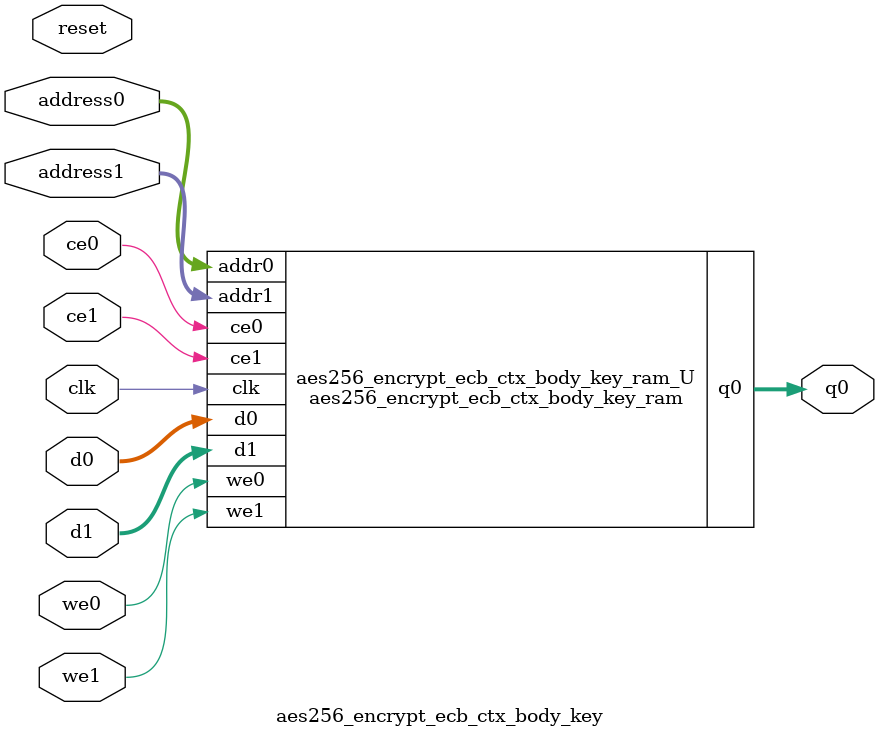
<source format=v>
`timescale 1 ns / 1 ps
module aes256_encrypt_ecb_ctx_body_key_ram (addr0, ce0, d0, we0, q0, addr1, ce1, d1, we1,  clk);

parameter DWIDTH = 8;
parameter AWIDTH = 5;
parameter MEM_SIZE = 32;

input[AWIDTH-1:0] addr0;
input ce0;
input[DWIDTH-1:0] d0;
input we0;
output reg[DWIDTH-1:0] q0;
input[AWIDTH-1:0] addr1;
input ce1;
input[DWIDTH-1:0] d1;
input we1;
input clk;

(* ram_style = "block" *)reg [DWIDTH-1:0] ram[0:MEM_SIZE-1];




always @(posedge clk)  
begin 
    if (ce1) 
    begin
        if (we1) 
        begin 
            ram[addr1] = d1; 
        end 
    end
    if (ce0) 
    begin
        if (we0) 
        begin 
            ram[addr0] = d0; 
        end 
        q0 = ram[addr0];
    end
end


/*always @(posedge clk)  
begin 
    if (ce1) 
    begin
        if (we1) 
        begin 
            ram[addr1] <= d1; 
        end 
    end
end*/


endmodule

`timescale 1 ns / 1 ps
module aes256_encrypt_ecb_ctx_body_key(
    reset,
    clk,
    address0,
    ce0,
    we0,
    d0,
    q0,
    address1,
    ce1,
    we1,
    d1);

parameter DataWidth = 32'd8;
parameter AddressRange = 32'd32;
parameter AddressWidth = 32'd5;
input reset;
input clk;
input[AddressWidth - 1:0] address0;
input ce0;
input we0;
input[DataWidth - 1:0] d0;
output[DataWidth - 1:0] q0;
input[AddressWidth - 1:0] address1;
input ce1;
input we1;
input[DataWidth - 1:0] d1;



aes256_encrypt_ecb_ctx_body_key_ram aes256_encrypt_ecb_ctx_body_key_ram_U(
    .clk( clk ),
    .addr0( address0 ),
    .ce0( ce0 ),
    .we0( we0 ),
    .d0( d0 ),
    .q0( q0 ),
    .addr1( address1 ),
    .ce1( ce1 ),
    .we1( we1 ),
    .d1( d1 ));

endmodule


</source>
